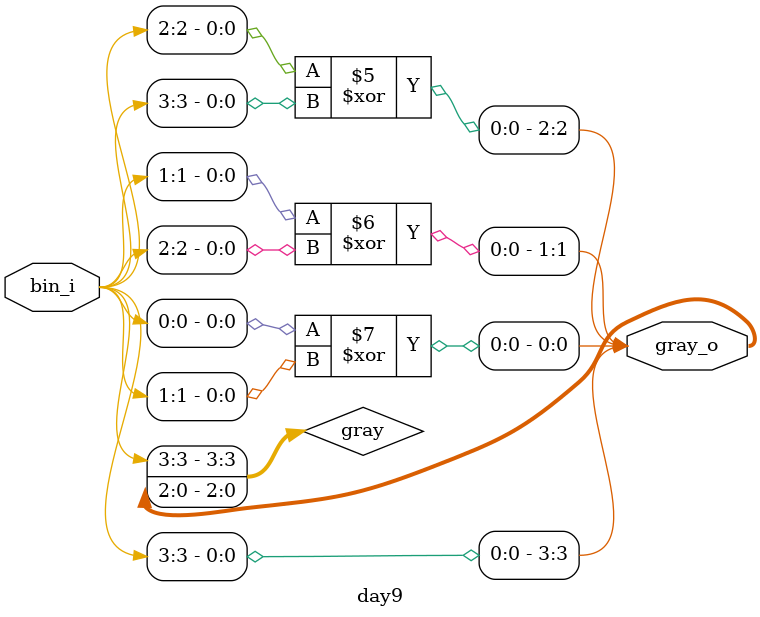
<source format=sv>

module day9 #(
  parameter VEC_W = 4
)(
  input     wire[VEC_W-1:0] bin_i,
  output    wire[VEC_W-1:0] gray_o

);

  logic[VEC_W-1:0] gray;
  assign gray_o = gray;

  always_comb begin
    // Initialize one-hot output to 0
    gray[VEC_W-1] = bin_i[VEC_W-1];
    
    for (int i=VEC_W-2; i >= 0; i--) begin
      gray[i] = bin_i[i] ^ bin_i[i+1];
    end
  end
endmodule

</source>
